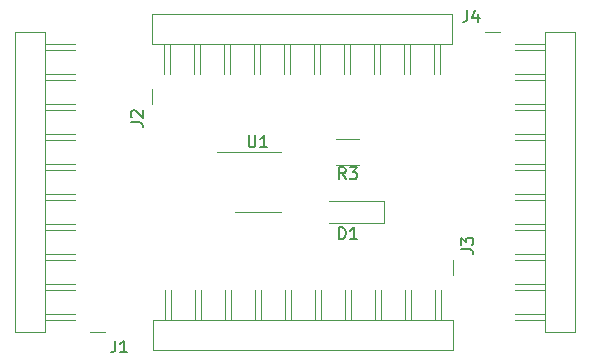
<source format=gbr>
%TF.GenerationSoftware,KiCad,Pcbnew,(6.0.2)*%
%TF.CreationDate,2022-11-08T08:49:04-05:00*%
%TF.ProjectId,Main Board,4d61696e-2042-46f6-9172-642e6b696361,rev?*%
%TF.SameCoordinates,Original*%
%TF.FileFunction,Legend,Top*%
%TF.FilePolarity,Positive*%
%FSLAX46Y46*%
G04 Gerber Fmt 4.6, Leading zero omitted, Abs format (unit mm)*
G04 Created by KiCad (PCBNEW (6.0.2)) date 2022-11-08 08:49:04*
%MOMM*%
%LPD*%
G01*
G04 APERTURE LIST*
%ADD10C,0.150000*%
%ADD11C,0.120000*%
G04 APERTURE END LIST*
D10*
%TO.C,U1*%
X175768095Y-87492380D02*
X175768095Y-88301904D01*
X175815714Y-88397142D01*
X175863333Y-88444761D01*
X175958571Y-88492380D01*
X176149047Y-88492380D01*
X176244285Y-88444761D01*
X176291904Y-88397142D01*
X176339523Y-88301904D01*
X176339523Y-87492380D01*
X177339523Y-88492380D02*
X176768095Y-88492380D01*
X177053809Y-88492380D02*
X177053809Y-87492380D01*
X176958571Y-87635238D01*
X176863333Y-87730476D01*
X176768095Y-87778095D01*
%TO.C,R3*%
X183983333Y-91202380D02*
X183650000Y-90726190D01*
X183411904Y-91202380D02*
X183411904Y-90202380D01*
X183792857Y-90202380D01*
X183888095Y-90250000D01*
X183935714Y-90297619D01*
X183983333Y-90392857D01*
X183983333Y-90535714D01*
X183935714Y-90630952D01*
X183888095Y-90678571D01*
X183792857Y-90726190D01*
X183411904Y-90726190D01*
X184316666Y-90202380D02*
X184935714Y-90202380D01*
X184602380Y-90583333D01*
X184745238Y-90583333D01*
X184840476Y-90630952D01*
X184888095Y-90678571D01*
X184935714Y-90773809D01*
X184935714Y-91011904D01*
X184888095Y-91107142D01*
X184840476Y-91154761D01*
X184745238Y-91202380D01*
X184459523Y-91202380D01*
X184364285Y-91154761D01*
X184316666Y-91107142D01*
%TO.C,J4*%
X194278023Y-76902380D02*
X194278023Y-77616666D01*
X194230404Y-77759523D01*
X194135166Y-77854761D01*
X193992309Y-77902380D01*
X193897071Y-77902380D01*
X195182785Y-77235714D02*
X195182785Y-77902380D01*
X194944690Y-76854761D02*
X194706595Y-77569047D01*
X195325642Y-77569047D01*
%TO.C,J3*%
X193782380Y-97154690D02*
X194496666Y-97154690D01*
X194639523Y-97202309D01*
X194734761Y-97297547D01*
X194782380Y-97440404D01*
X194782380Y-97535642D01*
X193782380Y-96773738D02*
X193782380Y-96154690D01*
X194163333Y-96488023D01*
X194163333Y-96345166D01*
X194210952Y-96249928D01*
X194258571Y-96202309D01*
X194353809Y-96154690D01*
X194591904Y-96154690D01*
X194687142Y-96202309D01*
X194734761Y-96249928D01*
X194782380Y-96345166D01*
X194782380Y-96630880D01*
X194734761Y-96726119D01*
X194687142Y-96773738D01*
%TO.C,J2*%
X165802380Y-86391976D02*
X166516666Y-86391976D01*
X166659523Y-86439595D01*
X166754761Y-86534833D01*
X166802380Y-86677690D01*
X166802380Y-86772928D01*
X165897619Y-85963404D02*
X165850000Y-85915785D01*
X165802380Y-85820547D01*
X165802380Y-85582452D01*
X165850000Y-85487214D01*
X165897619Y-85439595D01*
X165992857Y-85391976D01*
X166088095Y-85391976D01*
X166230952Y-85439595D01*
X166802380Y-86011023D01*
X166802380Y-85391976D01*
%TO.C,J1*%
X164465309Y-104882380D02*
X164465309Y-105596666D01*
X164417690Y-105739523D01*
X164322452Y-105834761D01*
X164179595Y-105882380D01*
X164084357Y-105882380D01*
X165465309Y-105882380D02*
X164893880Y-105882380D01*
X165179595Y-105882380D02*
X165179595Y-104882380D01*
X165084357Y-105025238D01*
X164989119Y-105120476D01*
X164893880Y-105168095D01*
%TO.C,D1*%
X183411904Y-96282380D02*
X183411904Y-95282380D01*
X183650000Y-95282380D01*
X183792857Y-95330000D01*
X183888095Y-95425238D01*
X183935714Y-95520476D01*
X183983333Y-95710952D01*
X183983333Y-95853809D01*
X183935714Y-96044285D01*
X183888095Y-96139523D01*
X183792857Y-96234761D01*
X183650000Y-96282380D01*
X183411904Y-96282380D01*
X184935714Y-96282380D02*
X184364285Y-96282380D01*
X184650000Y-96282380D02*
X184650000Y-95282380D01*
X184554761Y-95425238D01*
X184459523Y-95520476D01*
X184364285Y-95568095D01*
D11*
%TO.C,U1*%
X176530000Y-88880000D02*
X178480000Y-88880000D01*
X176530000Y-94000000D02*
X178480000Y-94000000D01*
X176530000Y-88880000D02*
X173080000Y-88880000D01*
X176530000Y-94000000D02*
X174580000Y-94000000D01*
%TO.C,R3*%
X183150000Y-87830000D02*
X185150000Y-87830000D01*
X185150000Y-89970000D02*
X183150000Y-89970000D01*
%TO.C,J4*%
X200900000Y-92944000D02*
X198360000Y-92944000D01*
X200900000Y-92436000D02*
X198360000Y-92436000D01*
X200900000Y-90404000D02*
X198360000Y-90404000D01*
X200900000Y-89896000D02*
X198360000Y-89896000D01*
X200900000Y-87864000D02*
X198360000Y-87864000D01*
X200900000Y-87356000D02*
X198360000Y-87356000D01*
X200900000Y-85324000D02*
X198360000Y-85324000D01*
X200900000Y-84816000D02*
X198360000Y-84816000D01*
X200900000Y-82784000D02*
X198360000Y-82784000D01*
X200900000Y-82276000D02*
X198360000Y-82276000D01*
X200900000Y-80244000D02*
X198360000Y-80244000D01*
X200900000Y-79736000D02*
X198360000Y-79736000D01*
X200900000Y-104120000D02*
X200900000Y-78720000D01*
X203440000Y-104120000D02*
X200900000Y-104120000D01*
X203440000Y-78720000D02*
X203440000Y-104120000D01*
X200900000Y-78720000D02*
X203440000Y-78720000D01*
X195820000Y-78720000D02*
X197090000Y-78720000D01*
X200900000Y-94976000D02*
X198360000Y-94976000D01*
X200900000Y-95484000D02*
X198360000Y-95484000D01*
X200900000Y-97516000D02*
X198360000Y-97516000D01*
X200900000Y-98024000D02*
X198360000Y-98024000D01*
X200900000Y-100056000D02*
X198360000Y-100056000D01*
X200900000Y-100564000D02*
X198360000Y-100564000D01*
X200900000Y-102596000D02*
X198360000Y-102596000D01*
X200900000Y-103104000D02*
X198360000Y-103104000D01*
%TO.C,J3*%
X178836000Y-103110000D02*
X178836000Y-100570000D01*
X179344000Y-103110000D02*
X179344000Y-100570000D01*
X181376000Y-103110000D02*
X181376000Y-100570000D01*
X181884000Y-103110000D02*
X181884000Y-100570000D01*
X183916000Y-103110000D02*
X183916000Y-100570000D01*
X184424000Y-103110000D02*
X184424000Y-100570000D01*
X186456000Y-103110000D02*
X186456000Y-100570000D01*
X186964000Y-103110000D02*
X186964000Y-100570000D01*
X188996000Y-103110000D02*
X188996000Y-100570000D01*
X189504000Y-103110000D02*
X189504000Y-100570000D01*
X191536000Y-103110000D02*
X191536000Y-100570000D01*
X192044000Y-103110000D02*
X192044000Y-100570000D01*
X167660000Y-103110000D02*
X193060000Y-103110000D01*
X167660000Y-105650000D02*
X167660000Y-103110000D01*
X193060000Y-105650000D02*
X167660000Y-105650000D01*
X193060000Y-103110000D02*
X193060000Y-105650000D01*
X193060000Y-98030000D02*
X193060000Y-99300000D01*
X176804000Y-103110000D02*
X176804000Y-100570000D01*
X176296000Y-103110000D02*
X176296000Y-100570000D01*
X174264000Y-103110000D02*
X174264000Y-100570000D01*
X173756000Y-103110000D02*
X173756000Y-100570000D01*
X171724000Y-103110000D02*
X171724000Y-100570000D01*
X171216000Y-103110000D02*
X171216000Y-100570000D01*
X169184000Y-103110000D02*
X169184000Y-100570000D01*
X168676000Y-103110000D02*
X168676000Y-100570000D01*
%TO.C,J2*%
X192004000Y-79770000D02*
X192004000Y-82310000D01*
X191496000Y-79770000D02*
X191496000Y-82310000D01*
X189464000Y-79770000D02*
X189464000Y-82310000D01*
X188956000Y-79770000D02*
X188956000Y-82310000D01*
X186924000Y-79770000D02*
X186924000Y-82310000D01*
X186416000Y-79770000D02*
X186416000Y-82310000D01*
X184384000Y-79770000D02*
X184384000Y-82310000D01*
X183876000Y-79770000D02*
X183876000Y-82310000D01*
X167620000Y-84850000D02*
X167620000Y-83580000D01*
X167620000Y-79770000D02*
X167620000Y-77230000D01*
X167620000Y-77230000D02*
X193020000Y-77230000D01*
X193020000Y-77230000D02*
X193020000Y-79770000D01*
X193020000Y-79770000D02*
X167620000Y-79770000D01*
X168636000Y-79770000D02*
X168636000Y-82310000D01*
X169144000Y-79770000D02*
X169144000Y-82310000D01*
X171176000Y-79770000D02*
X171176000Y-82310000D01*
X171684000Y-79770000D02*
X171684000Y-82310000D01*
X173716000Y-79770000D02*
X173716000Y-82310000D01*
X174224000Y-79770000D02*
X174224000Y-82310000D01*
X176256000Y-79770000D02*
X176256000Y-82310000D01*
X176764000Y-79770000D02*
X176764000Y-82310000D01*
X178796000Y-79770000D02*
X178796000Y-82310000D01*
X179304000Y-79770000D02*
X179304000Y-82310000D01*
X181336000Y-79770000D02*
X181336000Y-82310000D01*
X181844000Y-79770000D02*
X181844000Y-82310000D01*
%TO.C,J1*%
X158510000Y-89936000D02*
X161050000Y-89936000D01*
X158510000Y-90444000D02*
X161050000Y-90444000D01*
X158510000Y-92476000D02*
X161050000Y-92476000D01*
X158510000Y-92984000D02*
X161050000Y-92984000D01*
X158510000Y-95016000D02*
X161050000Y-95016000D01*
X158510000Y-95524000D02*
X161050000Y-95524000D01*
X158510000Y-97556000D02*
X161050000Y-97556000D01*
X158510000Y-98064000D02*
X161050000Y-98064000D01*
X158510000Y-100096000D02*
X161050000Y-100096000D01*
X158510000Y-100604000D02*
X161050000Y-100604000D01*
X158510000Y-102636000D02*
X161050000Y-102636000D01*
X158510000Y-103144000D02*
X161050000Y-103144000D01*
X158510000Y-78760000D02*
X158510000Y-104160000D01*
X155970000Y-78760000D02*
X158510000Y-78760000D01*
X155970000Y-104160000D02*
X155970000Y-78760000D01*
X158510000Y-104160000D02*
X155970000Y-104160000D01*
X163590000Y-104160000D02*
X162320000Y-104160000D01*
X158510000Y-87904000D02*
X161050000Y-87904000D01*
X158510000Y-87396000D02*
X161050000Y-87396000D01*
X158510000Y-85364000D02*
X161050000Y-85364000D01*
X158510000Y-84856000D02*
X161050000Y-84856000D01*
X158510000Y-82824000D02*
X161050000Y-82824000D01*
X158510000Y-82316000D02*
X161050000Y-82316000D01*
X158510000Y-80284000D02*
X161050000Y-80284000D01*
X158510000Y-79776000D02*
X161050000Y-79776000D01*
%TO.C,D1*%
X187250000Y-94930000D02*
X182550000Y-94930000D01*
X187250000Y-93030000D02*
X182550000Y-93030000D01*
X187250000Y-94930000D02*
X187250000Y-93030000D01*
%TD*%
M02*

</source>
